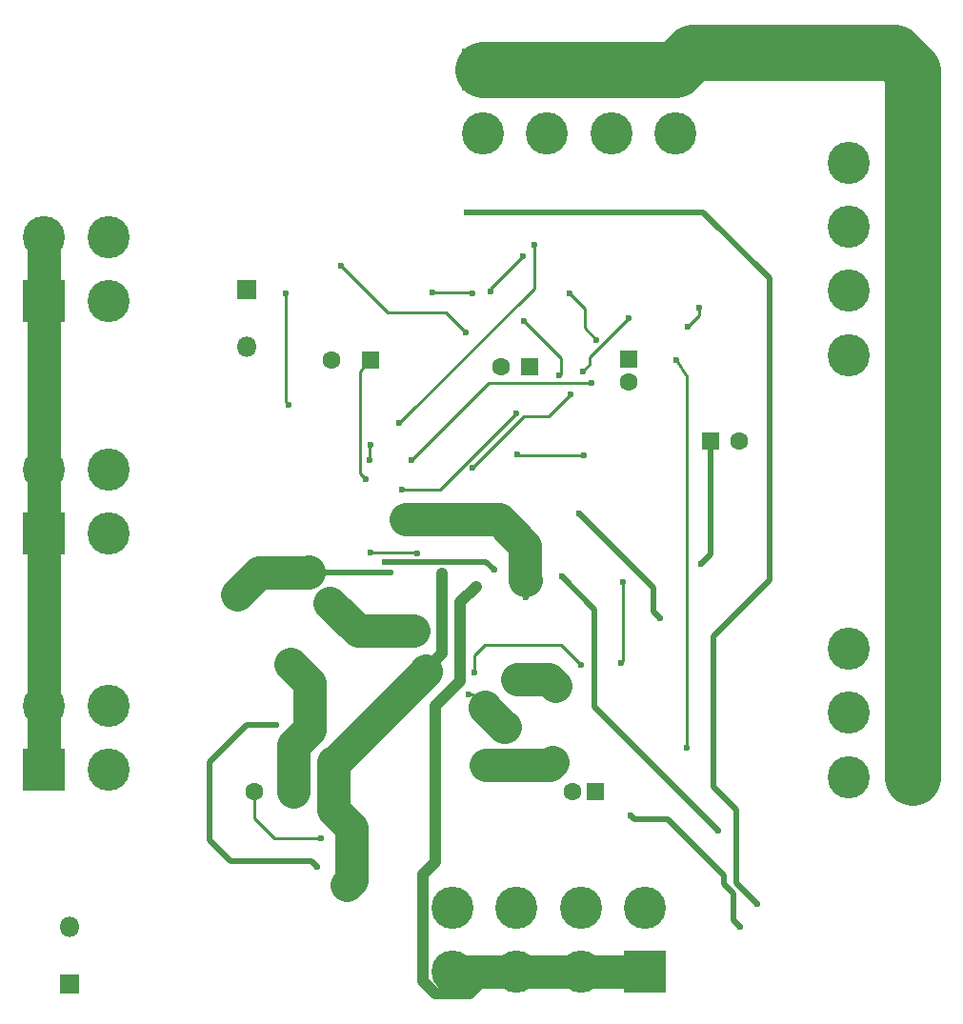
<source format=gbr>
G04 #@! TF.FileFunction,Copper,L2,Bot,Signal*
%FSLAX46Y46*%
G04 Gerber Fmt 4.6, Leading zero omitted, Abs format (unit mm)*
G04 Created by KiCad (PCBNEW 4.0.7) date 05/13/18 12:03:01*
%MOMM*%
%LPD*%
G01*
G04 APERTURE LIST*
%ADD10C,0.100000*%
%ADD11R,1.600000X1.600000*%
%ADD12C,1.600000*%
%ADD13R,1.800000X1.800000*%
%ADD14O,1.800000X1.800000*%
%ADD15R,3.750000X3.750000*%
%ADD16C,3.750000*%
%ADD17C,0.600000*%
%ADD18C,0.250000*%
%ADD19C,0.500000*%
%ADD20C,3.000000*%
%ADD21C,1.000000*%
%ADD22C,5.000000*%
G04 APERTURE END LIST*
D10*
D11*
X163580000Y-88370000D03*
D12*
X166080000Y-88370000D03*
D11*
X147450000Y-81790000D03*
D12*
X144950000Y-81790000D03*
D11*
X156300000Y-81080000D03*
D12*
X156300000Y-83080000D03*
D11*
X126490000Y-119510000D03*
D12*
X122990000Y-119510000D03*
D11*
X133350000Y-81150000D03*
D12*
X129850000Y-81150000D03*
D13*
X106600000Y-136600000D03*
D14*
X106600000Y-131520000D03*
D13*
X122300000Y-74930000D03*
D14*
X122300000Y-80010000D03*
D11*
X153290000Y-119510000D03*
D12*
X151290000Y-119510000D03*
D15*
X181500000Y-106800000D03*
D16*
X181500000Y-112500000D03*
X181500000Y-118200000D03*
X175800000Y-106800000D03*
X175800000Y-112500000D03*
X175800000Y-118200000D03*
D15*
X181500000Y-63600000D03*
D16*
X181500000Y-69300000D03*
X181500000Y-75000000D03*
X181500000Y-80700000D03*
X175800000Y-63600000D03*
X175800000Y-69300000D03*
X175800000Y-75000000D03*
X175800000Y-80700000D03*
D15*
X157700000Y-135500000D03*
D16*
X152000000Y-135500000D03*
X146300000Y-135500000D03*
X140600000Y-135500000D03*
X157700000Y-129800000D03*
X152000000Y-129800000D03*
X146300000Y-129800000D03*
X140600000Y-129800000D03*
D15*
X104300000Y-75900000D03*
D16*
X104300000Y-70200000D03*
X110000000Y-75900000D03*
X110000000Y-70200000D03*
D15*
X104300000Y-96600000D03*
D16*
X104300000Y-90900000D03*
X110000000Y-96600000D03*
X110000000Y-90900000D03*
D15*
X104300000Y-117600000D03*
D16*
X104300000Y-111900000D03*
X110000000Y-117600000D03*
X110000000Y-111900000D03*
D15*
X143300000Y-55300000D03*
D16*
X149000000Y-55300000D03*
X154700000Y-55300000D03*
X160400000Y-55300000D03*
X143300000Y-61000000D03*
X149000000Y-61000000D03*
X154700000Y-61000000D03*
X160400000Y-61000000D03*
D17*
X138810000Y-75160000D03*
X142380000Y-75270000D03*
X162720000Y-99300000D03*
X143560000Y-117120000D03*
X149510000Y-116850000D03*
X128900000Y-123700000D03*
X152020000Y-108220000D03*
X142550000Y-108910000D03*
X155600000Y-108050000D03*
X155790000Y-100850000D03*
X146880000Y-71930000D03*
X144020000Y-75100000D03*
X133310000Y-98300000D03*
X137460000Y-98340000D03*
X136090000Y-92660000D03*
X146270000Y-85920000D03*
X160540000Y-81140000D03*
X161440000Y-115610000D03*
X153000000Y-83210000D03*
X136990000Y-90020000D03*
X156250000Y-77460000D03*
X152170000Y-82180000D03*
X151070000Y-84240000D03*
X142380000Y-90720000D03*
X135060000Y-100030000D03*
X136460000Y-95330000D03*
X147080000Y-102260000D03*
X121430000Y-101980000D03*
X129700000Y-102760000D03*
X137120000Y-105240000D03*
X126190000Y-108200000D03*
X146950000Y-77720000D03*
X150110000Y-82520000D03*
X130700000Y-72810000D03*
X141820000Y-78730000D03*
X152250000Y-89650000D03*
X146380000Y-89500000D03*
X131200000Y-127800000D03*
X139700000Y-100160000D03*
X139640000Y-106560000D03*
X125790000Y-75210000D03*
X126070000Y-85160000D03*
X142700000Y-101300000D03*
X142020000Y-110890000D03*
X145230000Y-113720000D03*
X135900000Y-86780000D03*
X147900000Y-70870000D03*
X133270000Y-90070000D03*
X133310000Y-88700000D03*
X149730000Y-110110000D03*
X146010000Y-109160000D03*
X134600000Y-99100000D03*
X144300000Y-99800000D03*
X150300000Y-100400000D03*
X164200000Y-123000000D03*
X141900000Y-68000000D03*
X167700000Y-129500000D03*
X162550000Y-76500000D03*
X161550000Y-78180000D03*
X153390000Y-79350000D03*
X150990000Y-75210000D03*
X132890000Y-91780000D03*
X124900000Y-113600000D03*
X128600000Y-126200000D03*
X151900000Y-94800000D03*
X159100000Y-104100000D03*
X156400000Y-121600000D03*
X166200000Y-131500000D03*
D18*
X142270000Y-75160000D02*
X138810000Y-75160000D01*
X142380000Y-75270000D02*
X142270000Y-75160000D01*
D19*
X163580000Y-98440000D02*
X162720000Y-99300000D01*
X163580000Y-88370000D02*
X163580000Y-98440000D01*
D20*
X149510000Y-116850000D02*
X149240000Y-117120000D01*
X149240000Y-117120000D02*
X143560000Y-117120000D01*
D18*
X122990000Y-119510000D02*
X122990000Y-121890000D01*
X124800000Y-123700000D02*
X128900000Y-123700000D01*
X122990000Y-121890000D02*
X124800000Y-123700000D01*
X142550000Y-108910000D02*
X142550000Y-107430000D01*
X150270000Y-106470000D02*
X152020000Y-108220000D01*
X143510000Y-106470000D02*
X150270000Y-106470000D01*
X142550000Y-107430000D02*
X143510000Y-106470000D01*
X142550000Y-108910000D02*
X142490000Y-108850000D01*
X142490000Y-108850000D02*
X142410000Y-108850000D01*
X155600000Y-108050000D02*
X155790000Y-107860000D01*
X155790000Y-107860000D02*
X155790000Y-100850000D01*
X146880000Y-71930000D02*
X144020000Y-74790000D01*
X144020000Y-74790000D02*
X144020000Y-75100000D01*
X137420000Y-98300000D02*
X133310000Y-98300000D01*
X137460000Y-98340000D02*
X137420000Y-98300000D01*
X139530000Y-92660000D02*
X136090000Y-92660000D01*
X146270000Y-85920000D02*
X139530000Y-92660000D01*
X160540000Y-81140000D02*
X161440000Y-82590000D01*
X161440000Y-82590000D02*
X161440000Y-115610000D01*
X143800000Y-83210000D02*
X153000000Y-83210000D01*
X136990000Y-90020000D02*
X143800000Y-83210000D01*
X152820000Y-80890000D02*
X156250000Y-77460000D01*
X152820000Y-81530000D02*
X152820000Y-80890000D01*
X152170000Y-82180000D02*
X152820000Y-81530000D01*
X149140000Y-86170000D02*
X151070000Y-84240000D01*
X146930000Y-86170000D02*
X149140000Y-86170000D01*
X142380000Y-90720000D02*
X146930000Y-86170000D01*
D20*
X147030000Y-100740000D02*
X147080000Y-100740000D01*
X147030000Y-97650000D02*
X147030000Y-100740000D01*
X144710000Y-95330000D02*
X147030000Y-97650000D01*
X136460000Y-95330000D02*
X144710000Y-95330000D01*
D19*
X147080000Y-100740000D02*
X147080000Y-102260000D01*
X127830000Y-100030000D02*
X135060000Y-100030000D01*
D20*
X121430000Y-101980000D02*
X123380000Y-100030000D01*
X123380000Y-100030000D02*
X127740000Y-100030000D01*
X127830000Y-99940000D02*
X127830000Y-100030000D01*
X127740000Y-100030000D02*
X127830000Y-99940000D01*
D19*
X147080000Y-98640000D02*
X147080000Y-100740000D01*
X123380000Y-100030000D02*
X127830000Y-100030000D01*
D20*
X137120000Y-105240000D02*
X132180000Y-105240000D01*
X132180000Y-105240000D02*
X129700000Y-102760000D01*
X126490000Y-119510000D02*
X126490000Y-115370000D01*
X127860000Y-109870000D02*
X126190000Y-108200000D01*
X127860000Y-114000000D02*
X127860000Y-109870000D01*
X126490000Y-115370000D02*
X127860000Y-114000000D01*
D18*
X150230000Y-81000000D02*
X146950000Y-77720000D01*
X150230000Y-82400000D02*
X150230000Y-81000000D01*
X150110000Y-82520000D02*
X150230000Y-82400000D01*
X134840000Y-76950000D02*
X130700000Y-72810000D01*
X140040000Y-76950000D02*
X134840000Y-76950000D01*
X141820000Y-78730000D02*
X140040000Y-76950000D01*
X146530000Y-89650000D02*
X152250000Y-89650000D01*
X146380000Y-89500000D02*
X146530000Y-89650000D01*
D20*
X130030000Y-121130000D02*
X130030000Y-117120000D01*
X131600000Y-122700000D02*
X130030000Y-121130000D01*
X131600000Y-127400000D02*
X131600000Y-122700000D01*
X131200000Y-127800000D02*
X131600000Y-127400000D01*
X130030000Y-117120000D02*
X130030000Y-117040000D01*
X138200000Y-108870000D02*
X138200000Y-108740000D01*
X130030000Y-117040000D02*
X138200000Y-108870000D01*
X130030000Y-117120000D02*
X130030000Y-116910000D01*
D21*
X139700000Y-105650000D02*
X139700000Y-107240000D01*
X139700000Y-107240000D02*
X138200000Y-108740000D01*
X138200000Y-108740000D02*
X130030000Y-116910000D01*
X139700000Y-106500000D02*
X139700000Y-105650000D01*
X139700000Y-105650000D02*
X139700000Y-100160000D01*
X139640000Y-106560000D02*
X139700000Y-106500000D01*
D18*
X125790000Y-84880000D02*
X125790000Y-75210000D01*
X126070000Y-85160000D02*
X125790000Y-84880000D01*
D22*
X181500000Y-112500000D02*
X181500000Y-106800000D01*
X181500000Y-118200000D02*
X181500000Y-112500000D01*
X154700000Y-55300000D02*
X160400000Y-55300000D01*
X149000000Y-55300000D02*
X154700000Y-55300000D01*
X143300000Y-55300000D02*
X149000000Y-55300000D01*
X181500000Y-69300000D02*
X181500000Y-63600000D01*
X181500000Y-75000000D02*
X181500000Y-69300000D01*
X181500000Y-80700000D02*
X181500000Y-75000000D01*
X181500000Y-106800000D02*
X181500000Y-80700000D01*
X181500000Y-63600000D02*
X181500000Y-55400000D01*
X161900000Y-53800000D02*
X160400000Y-55300000D01*
X179900000Y-53800000D02*
X161900000Y-53800000D01*
X181500000Y-55400000D02*
X179900000Y-53800000D01*
D20*
X146300000Y-135500000D02*
X140600000Y-135500000D01*
D21*
X138000000Y-135000000D02*
X138000000Y-136400000D01*
X139100000Y-125800000D02*
X138000000Y-126900000D01*
X138000000Y-126900000D02*
X138000000Y-135000000D01*
X139100000Y-121300000D02*
X139100000Y-125800000D01*
X143800000Y-135700000D02*
X143800000Y-135500000D01*
X144000000Y-135500000D02*
X143800000Y-135700000D01*
X144100000Y-135500000D02*
X144000000Y-135500000D01*
X142100000Y-137500000D02*
X144100000Y-135500000D01*
X139100000Y-137500000D02*
X142100000Y-137500000D01*
X138000000Y-136400000D02*
X139100000Y-137500000D01*
X139100000Y-111900000D02*
X139100000Y-121300000D01*
X139100000Y-121300000D02*
X139100000Y-121800000D01*
X139100000Y-121800000D02*
X139100000Y-122000000D01*
X141300000Y-109700000D02*
X139100000Y-111900000D01*
X141300000Y-102700000D02*
X141300000Y-109700000D01*
X142700000Y-101300000D02*
X141300000Y-102700000D01*
D20*
X152000000Y-135500000D02*
X157700000Y-135500000D01*
X146300000Y-135500000D02*
X152000000Y-135500000D01*
X143800000Y-135500000D02*
X146300000Y-135500000D01*
X104300000Y-111900000D02*
X104300000Y-96600000D01*
X104300000Y-117600000D02*
X104300000Y-111900000D01*
X104300000Y-96600000D02*
X104300000Y-90900000D01*
X104300000Y-75900000D02*
X104300000Y-90900000D01*
X104300000Y-70200000D02*
X104300000Y-75900000D01*
X145230000Y-113720000D02*
X145150000Y-113720000D01*
X143520000Y-112090000D02*
X143520000Y-112010000D01*
X145150000Y-113720000D02*
X143520000Y-112090000D01*
D18*
X142400000Y-110890000D02*
X142020000Y-110890000D01*
X143520000Y-112010000D02*
X142400000Y-110890000D01*
X135900000Y-86780000D02*
X147900000Y-74780000D01*
X147900000Y-74780000D02*
X147900000Y-70870000D01*
X133270000Y-88740000D02*
X133270000Y-90070000D01*
X133310000Y-88700000D02*
X133270000Y-88740000D01*
D20*
X146350000Y-109500000D02*
X149120000Y-109500000D01*
X149120000Y-109500000D02*
X149730000Y-110110000D01*
D18*
X146010000Y-109160000D02*
X146350000Y-109500000D01*
D19*
X143600000Y-99100000D02*
X134600000Y-99100000D01*
X144300000Y-99800000D02*
X143600000Y-99100000D01*
X153200000Y-103300000D02*
X150300000Y-100400000D01*
X153200000Y-112000000D02*
X153200000Y-103300000D01*
X164200000Y-123000000D02*
X153200000Y-112000000D01*
X162900000Y-68000000D02*
X141900000Y-68000000D01*
X168800000Y-73900000D02*
X162900000Y-68000000D01*
X168800000Y-100700000D02*
X168800000Y-73900000D01*
X163800000Y-105700000D02*
X168800000Y-100700000D01*
X163800000Y-119100000D02*
X163800000Y-105700000D01*
X165800000Y-121100000D02*
X163800000Y-119100000D01*
X165800000Y-127600000D02*
X165800000Y-121100000D01*
X167700000Y-129500000D02*
X165800000Y-127600000D01*
D18*
X162550000Y-77180000D02*
X162550000Y-76500000D01*
X161550000Y-78180000D02*
X162550000Y-77180000D01*
X152330000Y-78290000D02*
X153390000Y-79350000D01*
X152330000Y-76550000D02*
X152330000Y-78290000D01*
X150990000Y-75210000D02*
X152330000Y-76550000D01*
X132360000Y-82140000D02*
X133350000Y-81150000D01*
X132360000Y-91250000D02*
X132360000Y-82140000D01*
X132890000Y-91780000D02*
X132360000Y-91250000D01*
D19*
X122300000Y-113600000D02*
X124900000Y-113600000D01*
X119000000Y-116900000D02*
X122300000Y-113600000D01*
X119000000Y-123800000D02*
X119000000Y-116900000D01*
X120900000Y-125700000D02*
X119000000Y-123800000D01*
X128100000Y-125700000D02*
X120900000Y-125700000D01*
X128600000Y-126200000D02*
X128100000Y-125700000D01*
X158500000Y-101400000D02*
X151900000Y-94800000D01*
X158500000Y-103500000D02*
X158500000Y-101400000D01*
X159100000Y-104100000D02*
X158500000Y-103500000D01*
X156800000Y-122000000D02*
X156400000Y-121600000D01*
X159700000Y-122000000D02*
X156800000Y-122000000D01*
X164700000Y-127000000D02*
X159700000Y-122000000D01*
X164700000Y-127700000D02*
X164700000Y-127000000D01*
X165600000Y-128600000D02*
X164700000Y-127700000D01*
X165600000Y-130900000D02*
X165600000Y-128600000D01*
X166200000Y-131500000D02*
X165600000Y-130900000D01*
M02*

</source>
